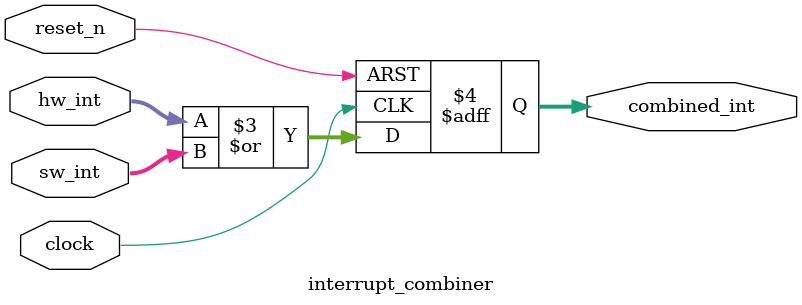
<source format=sv>
module sw_interrupt_ismu (
    input wire clock,
    input wire reset_n,
    input wire [3:0] hw_int,
    input wire [3:0] sw_int_set,
    input wire [3:0] sw_int_clr,
    output wire [3:0] combined_int
);
    // Internal signals for connecting submodules
    wire [3:0] sw_int;
    
    // Instantiate software interrupt controller
    sw_int_controller sw_ctrl (
        .clock(clock),
        .reset_n(reset_n),
        .sw_int_set(sw_int_set),
        .sw_int_clr(sw_int_clr),
        .sw_int(sw_int)
    );
    
    // Instantiate interrupt combiner
    interrupt_combiner int_combiner (
        .clock(clock),
        .reset_n(reset_n),
        .hw_int(hw_int),
        .sw_int(sw_int),
        .combined_int(combined_int)
    );
    
endmodule

// Software interrupt controller module
module sw_int_controller (
    input wire clock,
    input wire reset_n,
    input wire [3:0] sw_int_set,
    input wire [3:0] sw_int_clr,
    output reg [3:0] sw_int
);
    // SW interrupt register logic
    always @(posedge clock or negedge reset_n) begin
        if (!reset_n) begin
            sw_int <= 4'h0;
        end else begin
            sw_int <= (sw_int | sw_int_set) & ~sw_int_clr;
        end
    end
endmodule

// Interrupt combiner module
module interrupt_combiner (
    input wire clock,
    input wire reset_n,
    input wire [3:0] hw_int,
    input wire [3:0] sw_int,
    output reg [3:0] combined_int
);
    // Combined HW and SW interrupts
    always @(posedge clock or negedge reset_n) begin
        if (!reset_n) begin
            combined_int <= 4'h0;
        end else begin
            combined_int <= hw_int | sw_int;
        end
    end
endmodule
</source>
